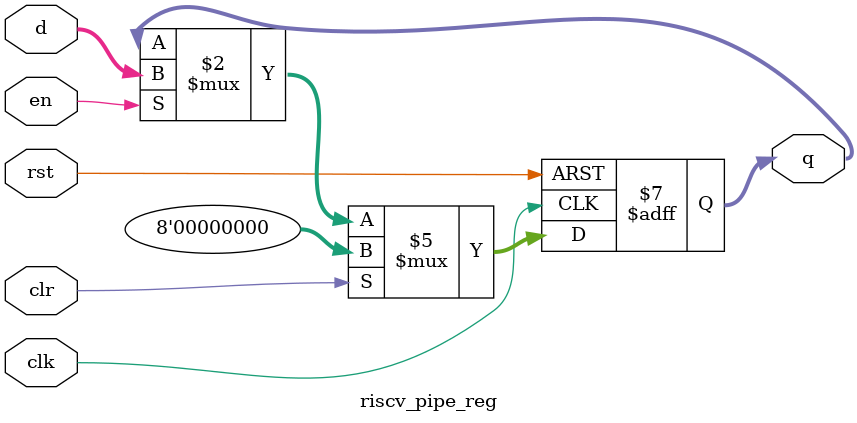
<source format=v>
module riscv_pipe_reg #(parameter WIDTH = 8) (
    input  wire             clk,
    input  wire             rst,
    input  wire             clr,
    input  wire             en,
    input  wire [WIDTH-1:0] d,
    output reg  [WIDTH-1:0] q
);

    always @(posedge clk or posedge rst) begin
        if (rst)      q <= {WIDTH{1'b0}};
        else if (clr) q <= {WIDTH{1'b0}};
        else if (en)  q <= d;
    end

endmodule
</source>
